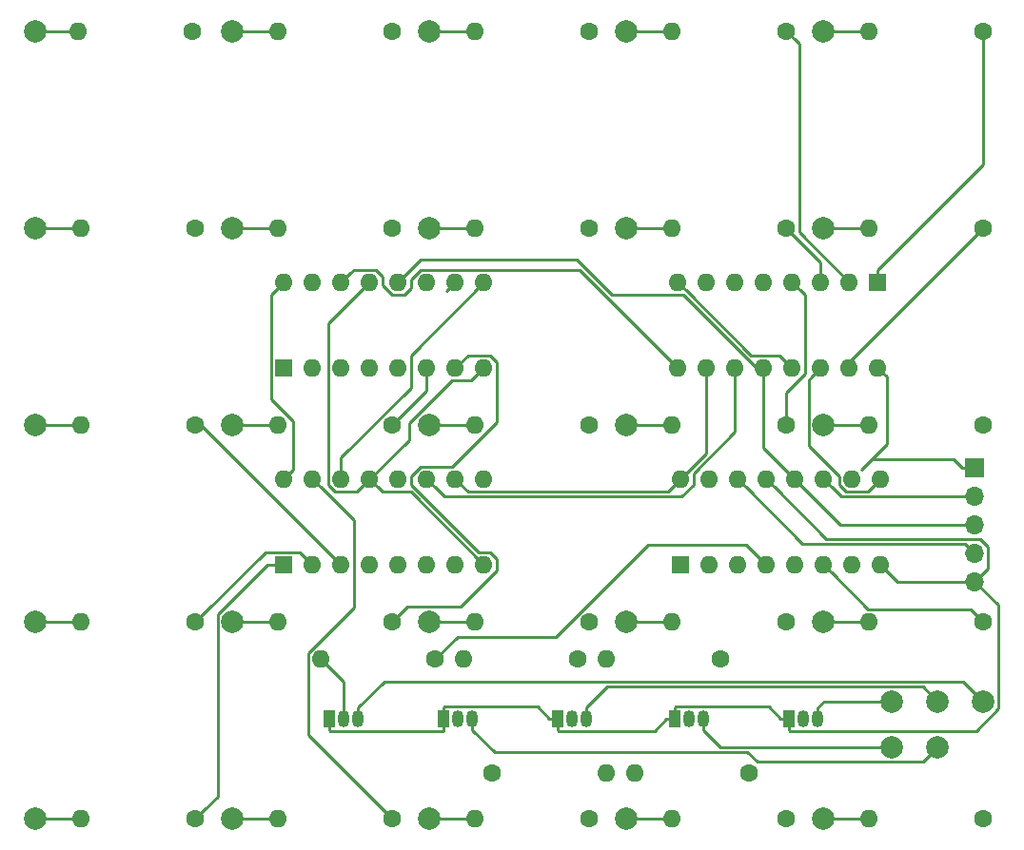
<source format=gbr>
%TF.GenerationSoftware,KiCad,Pcbnew,5.1.5+dfsg1-2build2*%
%TF.CreationDate,2021-08-10T12:38:11+02:00*%
%TF.ProjectId,ledcube_5,6c656463-7562-4655-9f35-2e6b69636164,rev?*%
%TF.SameCoordinates,Original*%
%TF.FileFunction,Copper,L1,Top*%
%TF.FilePolarity,Positive*%
%FSLAX46Y46*%
G04 Gerber Fmt 4.6, Leading zero omitted, Abs format (unit mm)*
G04 Created by KiCad (PCBNEW 5.1.5+dfsg1-2build2) date 2021-08-10 12:38:11*
%MOMM*%
%LPD*%
G04 APERTURE LIST*
%TA.AperFunction,ComponentPad*%
%ADD10O,1.600000X1.600000*%
%TD*%
%TA.AperFunction,ComponentPad*%
%ADD11C,1.600000*%
%TD*%
%TA.AperFunction,ComponentPad*%
%ADD12O,1.700000X1.700000*%
%TD*%
%TA.AperFunction,ComponentPad*%
%ADD13R,1.700000X1.700000*%
%TD*%
%TA.AperFunction,ComponentPad*%
%ADD14R,1.600000X1.600000*%
%TD*%
%TA.AperFunction,ComponentPad*%
%ADD15C,2.000000*%
%TD*%
%TA.AperFunction,ComponentPad*%
%ADD16R,1.050000X1.500000*%
%TD*%
%TA.AperFunction,ComponentPad*%
%ADD17O,1.050000X1.500000*%
%TD*%
%TA.AperFunction,Conductor*%
%ADD18C,0.250000*%
%TD*%
G04 APERTURE END LIST*
D10*
%TO.P,R30,2*%
%TO.N,Net-(Q5-Pad2)*%
X190500000Y-99060000D03*
D11*
%TO.P,R30,1*%
%TO.N,/U4_E*%
X200660000Y-99060000D03*
%TD*%
D10*
%TO.P,R29,2*%
%TO.N,Net-(Q4-Pad2)*%
X203200000Y-99060000D03*
D11*
%TO.P,R29,1*%
%TO.N,/U4_D*%
X213360000Y-99060000D03*
%TD*%
D10*
%TO.P,R28,2*%
%TO.N,Net-(Q3-Pad2)*%
X215900000Y-99060000D03*
D11*
%TO.P,R28,1*%
%TO.N,/U4_C*%
X226060000Y-99060000D03*
%TD*%
D10*
%TO.P,R27,2*%
%TO.N,Net-(Q2-Pad2)*%
X218440000Y-109220000D03*
D11*
%TO.P,R27,1*%
%TO.N,/U4_B*%
X228600000Y-109220000D03*
%TD*%
D10*
%TO.P,R26,2*%
%TO.N,Net-(Q1-Pad2)*%
X215900000Y-109220000D03*
D11*
%TO.P,R26,1*%
%TO.N,/U4_A*%
X205740000Y-109220000D03*
%TD*%
D12*
%TO.P,J1,5*%
%TO.N,GND*%
X248666000Y-92202000D03*
%TO.P,J1,4*%
%TO.N,/A12*%
X248666000Y-89662000D03*
%TO.P,J1,3*%
%TO.N,/A4*%
X248666000Y-87122000D03*
%TO.P,J1,2*%
%TO.N,/A0*%
X248666000Y-84582000D03*
D13*
%TO.P,J1,1*%
%TO.N,+5V*%
X248666000Y-82042000D03*
%TD*%
D10*
%TO.P,U1,16*%
%TO.N,+5V*%
X187198000Y-65532000D03*
%TO.P,U1,8*%
%TO.N,GND*%
X204978000Y-73152000D03*
%TO.P,U1,15*%
%TO.N,/U1_A*%
X189738000Y-65532000D03*
%TO.P,U1,7*%
%TO.N,/U1_H*%
X202438000Y-73152000D03*
%TO.P,U1,14*%
%TO.N,/U3_HH*%
X192278000Y-65532000D03*
%TO.P,U1,6*%
%TO.N,/U1_G*%
X199898000Y-73152000D03*
%TO.P,U1,13*%
%TO.N,GND*%
X194818000Y-65532000D03*
%TO.P,U1,5*%
%TO.N,/U1_F*%
X197358000Y-73152000D03*
%TO.P,U1,12*%
%TO.N,/A4*%
X197358000Y-65532000D03*
%TO.P,U1,4*%
%TO.N,/U1_E*%
X194818000Y-73152000D03*
%TO.P,U1,11*%
%TO.N,/A0*%
X199898000Y-65532000D03*
%TO.P,U1,3*%
%TO.N,/U1_D*%
X192278000Y-73152000D03*
%TO.P,U1,10*%
%TO.N,+5V*%
X202438000Y-65532000D03*
%TO.P,U1,2*%
%TO.N,/U1_C*%
X189738000Y-73152000D03*
%TO.P,U1,9*%
%TO.N,/U1_HH*%
X204978000Y-65532000D03*
D14*
%TO.P,U1,1*%
%TO.N,/U1_B*%
X187198000Y-73152000D03*
%TD*%
D15*
%TO.P,J6,1*%
%TO.N,Net-(J6-Pad1)*%
X249400000Y-102870000D03*
%TD*%
%TO.P,J5,1*%
%TO.N,Net-(J5-Pad1)*%
X245350000Y-106920000D03*
%TD*%
%TO.P,J4,1*%
%TO.N,Net-(J4-Pad1)*%
X245350000Y-102870000D03*
%TD*%
%TO.P,J3,1*%
%TO.N,Net-(J3-Pad1)*%
X241300000Y-106920000D03*
%TD*%
%TO.P,J2,1*%
%TO.N,Net-(J2-Pad1)*%
X241300000Y-102870000D03*
%TD*%
D10*
%TO.P,R25,2*%
%TO.N,Net-(D25-Pad1)*%
X239268000Y-113284000D03*
D11*
%TO.P,R25,1*%
%TO.N,/U4_F*%
X249428000Y-113284000D03*
%TD*%
D10*
%TO.P,R24,2*%
%TO.N,Net-(D24-Pad1)*%
X239268000Y-95758000D03*
D11*
%TO.P,R24,1*%
%TO.N,/U4_G*%
X249428000Y-95758000D03*
%TD*%
D10*
%TO.P,R23,2*%
%TO.N,Net-(D23-Pad1)*%
X239268000Y-78232000D03*
D11*
%TO.P,R23,1*%
%TO.N,/U4_H*%
X249428000Y-78232000D03*
%TD*%
D10*
%TO.P,R22,2*%
%TO.N,Net-(D22-Pad1)*%
X239268000Y-60706000D03*
D11*
%TO.P,R22,1*%
%TO.N,/U3_A*%
X249428000Y-60706000D03*
%TD*%
D10*
%TO.P,R21,2*%
%TO.N,Net-(D21-Pad1)*%
X239268000Y-43180000D03*
D11*
%TO.P,R21,1*%
%TO.N,/U3_B*%
X249428000Y-43180000D03*
%TD*%
D10*
%TO.P,R20,2*%
%TO.N,Net-(D20-Pad1)*%
X221742000Y-113284000D03*
D11*
%TO.P,R20,1*%
%TO.N,/U3_G*%
X231902000Y-113284000D03*
%TD*%
D10*
%TO.P,R19,2*%
%TO.N,Net-(D19-Pad1)*%
X221742000Y-95758000D03*
D11*
%TO.P,R19,1*%
%TO.N,/U3_F*%
X231902000Y-95758000D03*
%TD*%
D10*
%TO.P,R18,2*%
%TO.N,Net-(D18-Pad1)*%
X221742000Y-78232000D03*
D11*
%TO.P,R18,1*%
%TO.N,/U3_E*%
X231902000Y-78232000D03*
%TD*%
D10*
%TO.P,R17,2*%
%TO.N,Net-(D17-Pad1)*%
X221742000Y-60706000D03*
D11*
%TO.P,R17,1*%
%TO.N,/U3_D*%
X231902000Y-60706000D03*
%TD*%
D10*
%TO.P,R16,2*%
%TO.N,Net-(D16-Pad1)*%
X221742000Y-43180000D03*
D11*
%TO.P,R16,1*%
%TO.N,/U3_C*%
X231902000Y-43180000D03*
%TD*%
D10*
%TO.P,R15,2*%
%TO.N,Net-(D15-Pad1)*%
X204216000Y-113284000D03*
D11*
%TO.P,R15,1*%
%TO.N,/U3_H*%
X214376000Y-113284000D03*
%TD*%
D10*
%TO.P,R14,2*%
%TO.N,Net-(D14-Pad1)*%
X204216000Y-95758000D03*
D11*
%TO.P,R14,1*%
%TO.N,/U1_A*%
X214376000Y-95758000D03*
%TD*%
D10*
%TO.P,R13,2*%
%TO.N,Net-(D13-Pad1)*%
X204216000Y-78232000D03*
D11*
%TO.P,R13,1*%
%TO.N,/U1_B*%
X214376000Y-78232000D03*
%TD*%
D10*
%TO.P,R12,2*%
%TO.N,Net-(D12-Pad1)*%
X204216000Y-60706000D03*
D11*
%TO.P,R12,1*%
%TO.N,/U1_C*%
X214376000Y-60706000D03*
%TD*%
D10*
%TO.P,R11,2*%
%TO.N,Net-(D11-Pad1)*%
X204216000Y-43180000D03*
D11*
%TO.P,R11,1*%
%TO.N,/U1_D*%
X214376000Y-43180000D03*
%TD*%
%TO.P,R10,1*%
%TO.N,/U2_A*%
X196850000Y-113284000D03*
D10*
%TO.P,R10,2*%
%TO.N,Net-(D10-Pad1)*%
X186690000Y-113284000D03*
%TD*%
%TO.P,R9,2*%
%TO.N,Net-(D9-Pad1)*%
X186690000Y-95758000D03*
D11*
%TO.P,R9,1*%
%TO.N,/U1_H*%
X196850000Y-95758000D03*
%TD*%
D10*
%TO.P,R8,2*%
%TO.N,Net-(D8-Pad1)*%
X186690000Y-78232000D03*
D11*
%TO.P,R8,1*%
%TO.N,/U1_G*%
X196850000Y-78232000D03*
%TD*%
D10*
%TO.P,R7,2*%
%TO.N,Net-(D7-Pad1)*%
X186690000Y-60706000D03*
D11*
%TO.P,R7,1*%
%TO.N,/U1_F*%
X196850000Y-60706000D03*
%TD*%
D10*
%TO.P,R6,2*%
%TO.N,Net-(D6-Pad1)*%
X186690000Y-43180000D03*
D11*
%TO.P,R6,1*%
%TO.N,/U1_E*%
X196850000Y-43180000D03*
%TD*%
D10*
%TO.P,R5,2*%
%TO.N,Net-(D5-Pad1)*%
X169164000Y-113284000D03*
D11*
%TO.P,R5,1*%
%TO.N,/U2_B*%
X179324000Y-113284000D03*
%TD*%
D10*
%TO.P,R4,2*%
%TO.N,Net-(D4-Pad1)*%
X169164000Y-95758000D03*
D11*
%TO.P,R4,1*%
%TO.N,/U2_C*%
X179324000Y-95758000D03*
%TD*%
D10*
%TO.P,R3,2*%
%TO.N,Net-(D3-Pad1)*%
X169164000Y-78232000D03*
D11*
%TO.P,R3,1*%
%TO.N,/U2_D*%
X179324000Y-78232000D03*
%TD*%
D10*
%TO.P,R2,2*%
%TO.N,Net-(D2-Pad1)*%
X169164000Y-60706000D03*
D11*
%TO.P,R2,1*%
%TO.N,/U2_E*%
X179324000Y-60706000D03*
%TD*%
D10*
%TO.P,R1,2*%
%TO.N,Net-(D1-Pad1)*%
X168910000Y-43180000D03*
D11*
%TO.P,R1,1*%
%TO.N,/U2_F*%
X179070000Y-43180000D03*
%TD*%
D10*
%TO.P,U4,16*%
%TO.N,+5V*%
X222504000Y-83058000D03*
%TO.P,U4,8*%
%TO.N,GND*%
X240284000Y-90678000D03*
%TO.P,U4,15*%
%TO.N,/U4_A*%
X225044000Y-83058000D03*
%TO.P,U4,7*%
%TO.N,/U4_H*%
X237744000Y-90678000D03*
%TO.P,U4,14*%
%TO.N,/A12*%
X227584000Y-83058000D03*
%TO.P,U4,6*%
%TO.N,/U4_G*%
X235204000Y-90678000D03*
%TO.P,U4,13*%
%TO.N,GND*%
X230124000Y-83058000D03*
%TO.P,U4,5*%
%TO.N,/U4_F*%
X232664000Y-90678000D03*
%TO.P,U4,12*%
%TO.N,/A4*%
X232664000Y-83058000D03*
%TO.P,U4,4*%
%TO.N,/U4_E*%
X230124000Y-90678000D03*
%TO.P,U4,11*%
%TO.N,/A0*%
X235204000Y-83058000D03*
%TO.P,U4,3*%
%TO.N,/U4_D*%
X227584000Y-90678000D03*
%TO.P,U4,10*%
%TO.N,+5V*%
X237744000Y-83058000D03*
%TO.P,U4,2*%
%TO.N,/U4_C*%
X225044000Y-90678000D03*
%TO.P,U4,9*%
%TO.N,/U4_HH*%
X240284000Y-83058000D03*
D14*
%TO.P,U4,1*%
%TO.N,/U4_B*%
X222504000Y-90678000D03*
%TD*%
D10*
%TO.P,U3,16*%
%TO.N,+5V*%
X240030000Y-73152000D03*
%TO.P,U3,8*%
%TO.N,GND*%
X222250000Y-65532000D03*
%TO.P,U3,15*%
%TO.N,/U3_A*%
X237490000Y-73152000D03*
%TO.P,U3,7*%
%TO.N,/U3_H*%
X224790000Y-65532000D03*
%TO.P,U3,14*%
%TO.N,/U4_HH*%
X234950000Y-73152000D03*
%TO.P,U3,6*%
%TO.N,/U3_G*%
X227330000Y-65532000D03*
%TO.P,U3,13*%
%TO.N,GND*%
X232410000Y-73152000D03*
%TO.P,U3,5*%
%TO.N,/U3_F*%
X229870000Y-65532000D03*
%TO.P,U3,12*%
%TO.N,/A4*%
X229870000Y-73152000D03*
%TO.P,U3,4*%
%TO.N,/U3_E*%
X232410000Y-65532000D03*
%TO.P,U3,11*%
%TO.N,/A0*%
X227330000Y-73152000D03*
%TO.P,U3,3*%
%TO.N,/U3_D*%
X234950000Y-65532000D03*
%TO.P,U3,10*%
%TO.N,+5V*%
X224790000Y-73152000D03*
%TO.P,U3,2*%
%TO.N,/U3_C*%
X237490000Y-65532000D03*
%TO.P,U3,9*%
%TO.N,/U3_HH*%
X222250000Y-73152000D03*
D14*
%TO.P,U3,1*%
%TO.N,/U3_B*%
X240030000Y-65532000D03*
%TD*%
D10*
%TO.P,U2,16*%
%TO.N,+5V*%
X187198000Y-83058000D03*
%TO.P,U2,8*%
%TO.N,GND*%
X204978000Y-90678000D03*
%TO.P,U2,15*%
%TO.N,/U2_A*%
X189738000Y-83058000D03*
%TO.P,U2,7*%
%TO.N,Net-(U2-Pad7)*%
X202438000Y-90678000D03*
%TO.P,U2,14*%
%TO.N,/U1_HH*%
X192278000Y-83058000D03*
%TO.P,U2,6*%
%TO.N,Net-(U2-Pad6)*%
X199898000Y-90678000D03*
%TO.P,U2,13*%
%TO.N,GND*%
X194818000Y-83058000D03*
%TO.P,U2,5*%
%TO.N,/U2_F*%
X197358000Y-90678000D03*
%TO.P,U2,12*%
%TO.N,/A4*%
X197358000Y-83058000D03*
%TO.P,U2,4*%
%TO.N,/U2_E*%
X194818000Y-90678000D03*
%TO.P,U2,11*%
%TO.N,/A0*%
X199898000Y-83058000D03*
%TO.P,U2,3*%
%TO.N,/U2_D*%
X192278000Y-90678000D03*
%TO.P,U2,10*%
%TO.N,+5V*%
X202438000Y-83058000D03*
%TO.P,U2,2*%
%TO.N,/U2_C*%
X189738000Y-90678000D03*
%TO.P,U2,9*%
%TO.N,Net-(U2-Pad9)*%
X204978000Y-83058000D03*
D14*
%TO.P,U2,1*%
%TO.N,/U2_B*%
X187198000Y-90678000D03*
%TD*%
D16*
%TO.P,Q5,1*%
%TO.N,GND*%
X191262000Y-104394000D03*
D17*
%TO.P,Q5,3*%
%TO.N,Net-(J6-Pad1)*%
X193802000Y-104394000D03*
%TO.P,Q5,2*%
%TO.N,Net-(Q5-Pad2)*%
X192532000Y-104394000D03*
%TD*%
D16*
%TO.P,Q4,1*%
%TO.N,GND*%
X201422000Y-104394000D03*
D17*
%TO.P,Q4,3*%
%TO.N,Net-(J5-Pad1)*%
X203962000Y-104394000D03*
%TO.P,Q4,2*%
%TO.N,Net-(Q4-Pad2)*%
X202692000Y-104394000D03*
%TD*%
D16*
%TO.P,Q3,1*%
%TO.N,GND*%
X211582000Y-104394000D03*
D17*
%TO.P,Q3,3*%
%TO.N,Net-(J4-Pad1)*%
X214122000Y-104394000D03*
%TO.P,Q3,2*%
%TO.N,Net-(Q3-Pad2)*%
X212852000Y-104394000D03*
%TD*%
D16*
%TO.P,Q2,1*%
%TO.N,GND*%
X221996000Y-104394000D03*
D17*
%TO.P,Q2,3*%
%TO.N,Net-(J3-Pad1)*%
X224536000Y-104394000D03*
%TO.P,Q2,2*%
%TO.N,Net-(Q2-Pad2)*%
X223266000Y-104394000D03*
%TD*%
D16*
%TO.P,Q1,1*%
%TO.N,GND*%
X232156000Y-104394000D03*
D17*
%TO.P,Q1,3*%
%TO.N,Net-(J2-Pad1)*%
X234696000Y-104394000D03*
%TO.P,Q1,2*%
%TO.N,Net-(Q1-Pad2)*%
X233426000Y-104394000D03*
%TD*%
D15*
%TO.P,D25,1*%
%TO.N,Net-(D25-Pad1)*%
X235204000Y-113284000D03*
%TD*%
%TO.P,D24,1*%
%TO.N,Net-(D24-Pad1)*%
X235204000Y-95758000D03*
%TD*%
%TO.P,D23,1*%
%TO.N,Net-(D23-Pad1)*%
X235204000Y-78232000D03*
%TD*%
%TO.P,D22,1*%
%TO.N,Net-(D22-Pad1)*%
X235204000Y-60706000D03*
%TD*%
%TO.P,D21,1*%
%TO.N,Net-(D21-Pad1)*%
X235204000Y-43180000D03*
%TD*%
%TO.P,D20,1*%
%TO.N,Net-(D20-Pad1)*%
X217678000Y-113284000D03*
%TD*%
%TO.P,D19,1*%
%TO.N,Net-(D19-Pad1)*%
X217678000Y-95758000D03*
%TD*%
%TO.P,D18,1*%
%TO.N,Net-(D18-Pad1)*%
X217678000Y-78232000D03*
%TD*%
%TO.P,D17,1*%
%TO.N,Net-(D17-Pad1)*%
X217678000Y-60706000D03*
%TD*%
%TO.P,D16,1*%
%TO.N,Net-(D16-Pad1)*%
X217678000Y-43180000D03*
%TD*%
%TO.P,D15,1*%
%TO.N,Net-(D15-Pad1)*%
X200152000Y-113284000D03*
%TD*%
%TO.P,D14,1*%
%TO.N,Net-(D14-Pad1)*%
X200152000Y-95758000D03*
%TD*%
%TO.P,D13,1*%
%TO.N,Net-(D13-Pad1)*%
X200152000Y-78232000D03*
%TD*%
%TO.P,D12,1*%
%TO.N,Net-(D12-Pad1)*%
X200152000Y-60706000D03*
%TD*%
%TO.P,D11,1*%
%TO.N,Net-(D11-Pad1)*%
X200152000Y-43180000D03*
%TD*%
%TO.P,D10,1*%
%TO.N,Net-(D10-Pad1)*%
X182626000Y-113284000D03*
%TD*%
%TO.P,D9,1*%
%TO.N,Net-(D9-Pad1)*%
X182626000Y-95758000D03*
%TD*%
%TO.P,D8,1*%
%TO.N,Net-(D8-Pad1)*%
X182626000Y-78232000D03*
%TD*%
%TO.P,D7,1*%
%TO.N,Net-(D7-Pad1)*%
X182626000Y-60706000D03*
%TD*%
%TO.P,D6,1*%
%TO.N,Net-(D6-Pad1)*%
X182626000Y-43180000D03*
%TD*%
%TO.P,D5,1*%
%TO.N,Net-(D5-Pad1)*%
X165100000Y-113284000D03*
%TD*%
%TO.P,D4,1*%
%TO.N,Net-(D4-Pad1)*%
X165100000Y-95758000D03*
%TD*%
%TO.P,D3,1*%
%TO.N,Net-(D3-Pad1)*%
X165100000Y-78232000D03*
%TD*%
%TO.P,D2,1*%
%TO.N,Net-(D2-Pad1)*%
X165100000Y-60706000D03*
%TD*%
%TO.P,D1,1*%
%TO.N,Net-(D1-Pad1)*%
X165100000Y-43180000D03*
%TD*%
D18*
%TO.N,Net-(D1-Pad1)*%
X165100000Y-43180000D02*
X168910000Y-43180000D01*
%TO.N,Net-(D2-Pad1)*%
X165100000Y-60706000D02*
X169164000Y-60706000D01*
%TO.N,Net-(D3-Pad1)*%
X165100000Y-78232000D02*
X169164000Y-78232000D01*
%TO.N,Net-(D4-Pad1)*%
X165100000Y-95758000D02*
X169164000Y-95758000D01*
%TO.N,Net-(D5-Pad1)*%
X165100000Y-113284000D02*
X169164000Y-113284000D01*
%TO.N,Net-(D6-Pad1)*%
X182626000Y-43180000D02*
X186690000Y-43180000D01*
%TO.N,Net-(D7-Pad1)*%
X184040213Y-60706000D02*
X186690000Y-60706000D01*
X182626000Y-60706000D02*
X184040213Y-60706000D01*
%TO.N,Net-(D8-Pad1)*%
X182626000Y-78232000D02*
X186690000Y-78232000D01*
%TO.N,Net-(D9-Pad1)*%
X182626000Y-95758000D02*
X186690000Y-95758000D01*
%TO.N,Net-(D10-Pad1)*%
X184040213Y-113284000D02*
X186690000Y-113284000D01*
X182626000Y-113284000D02*
X184040213Y-113284000D01*
%TO.N,Net-(D11-Pad1)*%
X200152000Y-43180000D02*
X204216000Y-43180000D01*
%TO.N,Net-(D12-Pad1)*%
X200152000Y-60706000D02*
X204216000Y-60706000D01*
%TO.N,Net-(D13-Pad1)*%
X200152000Y-78232000D02*
X204216000Y-78232000D01*
%TO.N,Net-(D14-Pad1)*%
X201566213Y-95758000D02*
X204216000Y-95758000D01*
X200152000Y-95758000D02*
X201566213Y-95758000D01*
%TO.N,Net-(D15-Pad1)*%
X200152000Y-113284000D02*
X204216000Y-113284000D01*
%TO.N,Net-(D16-Pad1)*%
X217678000Y-43180000D02*
X221742000Y-43180000D01*
%TO.N,Net-(D17-Pad1)*%
X217678000Y-60706000D02*
X221742000Y-60706000D01*
%TO.N,Net-(D18-Pad1)*%
X217678000Y-78232000D02*
X221742000Y-78232000D01*
%TO.N,Net-(D19-Pad1)*%
X217678000Y-95758000D02*
X221742000Y-95758000D01*
%TO.N,Net-(D20-Pad1)*%
X217678000Y-113284000D02*
X221742000Y-113284000D01*
%TO.N,Net-(D21-Pad1)*%
X235204000Y-43180000D02*
X239268000Y-43180000D01*
%TO.N,Net-(D22-Pad1)*%
X235204000Y-60706000D02*
X239268000Y-60706000D01*
%TO.N,Net-(D23-Pad1)*%
X235204000Y-78232000D02*
X239268000Y-78232000D01*
%TO.N,Net-(D24-Pad1)*%
X235204000Y-95758000D02*
X239268000Y-95758000D01*
%TO.N,Net-(D25-Pad1)*%
X235204000Y-113284000D02*
X239268000Y-113284000D01*
%TO.N,GND*%
X221996000Y-103394000D02*
X221996000Y-104394000D01*
X222071010Y-103318990D02*
X221996000Y-103394000D01*
X230305990Y-103318990D02*
X222071010Y-103318990D01*
X231381000Y-104394000D02*
X230305990Y-103318990D01*
X232156000Y-104394000D02*
X231381000Y-104394000D01*
X211582000Y-105394000D02*
X211582000Y-104394000D01*
X211657010Y-105469010D02*
X211582000Y-105394000D01*
X220145990Y-105469010D02*
X211657010Y-105469010D01*
X221221000Y-104394000D02*
X220145990Y-105469010D01*
X221996000Y-104394000D02*
X221221000Y-104394000D01*
X201422000Y-103394000D02*
X201422000Y-104394000D01*
X209731990Y-103318990D02*
X201497010Y-103318990D01*
X210807000Y-104394000D02*
X209731990Y-103318990D01*
X201497010Y-103318990D02*
X201422000Y-103394000D01*
X211582000Y-104394000D02*
X210807000Y-104394000D01*
X201422000Y-104394000D02*
X201422000Y-105394000D01*
X232231010Y-105469010D02*
X232156000Y-105394000D01*
X248761992Y-105469010D02*
X232231010Y-105469010D01*
X250725001Y-103506001D02*
X248761992Y-105469010D01*
X232156000Y-105394000D02*
X232156000Y-104394000D01*
X195943001Y-84183001D02*
X195617999Y-83857999D01*
X195617999Y-83857999D02*
X194818000Y-83058000D01*
X198483001Y-84183001D02*
X195943001Y-84183001D01*
X194018001Y-66331999D02*
X194818000Y-65532000D01*
X191152999Y-69197001D02*
X194018001Y-66331999D01*
X191152999Y-83598001D02*
X191152999Y-69197001D01*
X191737999Y-84183001D02*
X191152999Y-83598001D01*
X193692999Y-84183001D02*
X191737999Y-84183001D01*
X194818000Y-83058000D02*
X193692999Y-84183001D01*
X203852999Y-74277001D02*
X204178001Y-73951999D01*
X202145997Y-74277001D02*
X203852999Y-74277001D01*
X198318999Y-78103999D02*
X202145997Y-74277001D01*
X204178001Y-73951999D02*
X204978000Y-73152000D01*
X198318999Y-79557001D02*
X198318999Y-78103999D01*
X194818000Y-83058000D02*
X198318999Y-79557001D01*
X204978000Y-90678000D02*
X198483001Y-84183001D01*
X223049999Y-66331999D02*
X222250000Y-65532000D01*
X228744999Y-72026999D02*
X223049999Y-66331999D01*
X231284999Y-72026999D02*
X228744999Y-72026999D01*
X232410000Y-73152000D02*
X231284999Y-72026999D01*
X241808000Y-92202000D02*
X240284000Y-90678000D01*
X248666000Y-92202000D02*
X241808000Y-92202000D01*
X250725001Y-94261001D02*
X248666000Y-92202000D01*
X250725001Y-95730999D02*
X250725001Y-94261001D01*
X250725001Y-95730999D02*
X250725001Y-103506001D01*
X230923999Y-83857999D02*
X230124000Y-83058000D01*
X235427992Y-88361992D02*
X230923999Y-83857999D01*
X249104994Y-88361992D02*
X235427992Y-88361992D01*
X249841001Y-89097999D02*
X249104994Y-88361992D01*
X249841001Y-91026999D02*
X249841001Y-89097999D01*
X248666000Y-92202000D02*
X249841001Y-91026999D01*
X191262000Y-105394000D02*
X191262000Y-104394000D01*
X191337010Y-105469010D02*
X191262000Y-105394000D01*
X201346990Y-105469010D02*
X191337010Y-105469010D01*
X201422000Y-105394000D02*
X201346990Y-105469010D01*
%TO.N,/A12*%
X247816001Y-88812001D02*
X233338001Y-88812001D01*
X228383999Y-83857999D02*
X227584000Y-83058000D01*
X233338001Y-88812001D02*
X228383999Y-83857999D01*
X248666000Y-89662000D02*
X247816001Y-88812001D01*
%TO.N,/A4*%
X229870000Y-80264000D02*
X232664000Y-83058000D01*
X229870000Y-73152000D02*
X229870000Y-80264000D01*
X216391411Y-66657001D02*
X213234410Y-63500000D01*
X222738591Y-66657001D02*
X216391411Y-66657001D01*
X229233590Y-73152000D02*
X222738591Y-66657001D01*
X229870000Y-73152000D02*
X229233590Y-73152000D01*
X199390000Y-63500000D02*
X197358000Y-65532000D01*
X213234410Y-63500000D02*
X199390000Y-63500000D01*
X236728000Y-87122000D02*
X232664000Y-83058000D01*
X248666000Y-87122000D02*
X236728000Y-87122000D01*
%TO.N,/A0*%
X201473011Y-84633011D02*
X200697999Y-83857999D01*
X222593991Y-84633011D02*
X201473011Y-84633011D01*
X223629001Y-83598001D02*
X222593991Y-84633011D01*
X223629001Y-82569409D02*
X223629001Y-83598001D01*
X227330000Y-78868410D02*
X223629001Y-82569409D01*
X200697999Y-83857999D02*
X199898000Y-83058000D01*
X227330000Y-73152000D02*
X227330000Y-78868410D01*
X249174000Y-84328000D02*
X248499000Y-84328000D01*
X236003999Y-83857999D02*
X235204000Y-83058000D01*
X236779011Y-84633011D02*
X236003999Y-83857999D01*
X248614989Y-84633011D02*
X236779011Y-84633011D01*
X248666000Y-84582000D02*
X248614989Y-84633011D01*
%TO.N,+5V*%
X187997999Y-82258001D02*
X187198000Y-83058000D01*
X187997999Y-77874997D02*
X187997999Y-82258001D01*
X186072999Y-75949997D02*
X187997999Y-77874997D01*
X186072999Y-66657001D02*
X186072999Y-75949997D01*
X187198000Y-65532000D02*
X186072999Y-66657001D01*
X221704001Y-83857999D02*
X222504000Y-83058000D01*
X221378999Y-84183001D02*
X221704001Y-83857999D01*
X203563001Y-84183001D02*
X221378999Y-84183001D01*
X202438000Y-83058000D02*
X203563001Y-84183001D01*
X201638001Y-66331999D02*
X202438000Y-65532000D01*
X240829999Y-73951999D02*
X240829999Y-79972001D01*
X240030000Y-73152000D02*
X240829999Y-73951999D01*
X224790000Y-80772000D02*
X224790000Y-73152000D01*
X222504000Y-83058000D02*
X224790000Y-80772000D01*
X247566000Y-82042000D02*
X246804000Y-81280000D01*
X248666000Y-82042000D02*
X247566000Y-82042000D01*
X239522000Y-81280000D02*
X238543999Y-82258001D01*
X246804000Y-81280000D02*
X239522000Y-81280000D01*
X240829999Y-79972001D02*
X239522000Y-81280000D01*
%TO.N,Net-(Q1-Pad2)*%
X233426000Y-104394000D02*
X233680000Y-104140000D01*
%TO.N,/U4_E*%
X211385997Y-97083001D02*
X219568998Y-88900000D01*
%TO.N,Net-(Q5-Pad2)*%
X192532000Y-104394000D02*
X192532000Y-103394000D01*
%TO.N,/U4_E*%
X228346000Y-88900000D02*
X230124000Y-90678000D01*
X219568998Y-88900000D02*
X228346000Y-88900000D01*
X202636999Y-97083001D02*
X200660000Y-99060000D01*
X211385997Y-97083001D02*
X202636999Y-97083001D01*
%TO.N,/U2_D*%
X179832000Y-78232000D02*
X179324000Y-78232000D01*
X192278000Y-90678000D02*
X179832000Y-78232000D01*
%TO.N,/U2_C*%
X180123999Y-94958001D02*
X179324000Y-95758000D01*
X185529001Y-89552999D02*
X180123999Y-94958001D01*
X188612999Y-89552999D02*
X185529001Y-89552999D01*
X189738000Y-90678000D02*
X188612999Y-89552999D01*
%TO.N,/U2_B*%
X180123999Y-112484001D02*
X179324000Y-113284000D01*
X181300999Y-111307001D02*
X180123999Y-112484001D01*
X181300999Y-95121999D02*
X181300999Y-111307001D01*
X185744998Y-90678000D02*
X181300999Y-95121999D01*
X187198000Y-90678000D02*
X185744998Y-90678000D01*
%TO.N,/U1_G*%
X199898000Y-75184000D02*
X199898000Y-73152000D01*
X196850000Y-78232000D02*
X199898000Y-75184000D01*
%TO.N,/U1_H*%
X198175001Y-94432999D02*
X197649999Y-94958001D01*
X197649999Y-94958001D02*
X196850000Y-95758000D01*
X202888003Y-94432999D02*
X198175001Y-94432999D01*
X206103001Y-91218001D02*
X202888003Y-94432999D01*
X206103001Y-90137999D02*
X206103001Y-91218001D01*
X205518001Y-89552999D02*
X206103001Y-90137999D01*
X204489409Y-89552999D02*
X205518001Y-89552999D01*
X199357999Y-81932999D02*
X198483001Y-82807997D01*
X202180003Y-81932999D02*
X199357999Y-81932999D01*
X206103001Y-78010001D02*
X202180003Y-81932999D01*
X198483001Y-83546591D02*
X204489409Y-89552999D01*
X206103001Y-72611999D02*
X206103001Y-78010001D01*
X205518001Y-72026999D02*
X206103001Y-72611999D01*
X198483001Y-82807997D02*
X198483001Y-83546591D01*
X203563001Y-72026999D02*
X205518001Y-72026999D01*
X202438000Y-73152000D02*
X203563001Y-72026999D01*
%TO.N,/U2_A*%
X189374999Y-105808999D02*
X189374999Y-98519999D01*
X196850000Y-113284000D02*
X189374999Y-105808999D01*
X190537999Y-83857999D02*
X189738000Y-83058000D01*
X193403001Y-86723001D02*
X190537999Y-83857999D01*
X193403001Y-94491997D02*
X193403001Y-86723001D01*
X189374999Y-98519999D02*
X193403001Y-94491997D01*
%TO.N,/U3_C*%
X232701999Y-43979999D02*
X231902000Y-43180000D01*
X233027001Y-44305001D02*
X232701999Y-43979999D01*
X233027001Y-61069001D02*
X233027001Y-44305001D01*
X237490000Y-65532000D02*
X233027001Y-61069001D01*
%TO.N,/U3_D*%
X234950000Y-63754000D02*
X231902000Y-60706000D01*
X234950000Y-65532000D02*
X234950000Y-63754000D01*
%TO.N,/U3_E*%
X233209999Y-66331999D02*
X232410000Y-65532000D01*
X233535001Y-66657001D02*
X233209999Y-66331999D01*
X233535001Y-73692001D02*
X233535001Y-66657001D01*
X231902000Y-75325002D02*
X233535001Y-73692001D01*
X231902000Y-78232000D02*
X231902000Y-75325002D01*
%TO.N,/U3_B*%
X249428000Y-55084000D02*
X249428000Y-44311370D01*
X240030000Y-64482000D02*
X249428000Y-55084000D01*
X249428000Y-44311370D02*
X249428000Y-43180000D01*
X240030000Y-65532000D02*
X240030000Y-64482000D01*
%TO.N,/U3_A*%
X237490000Y-72644000D02*
X237490000Y-73152000D01*
X249428000Y-60706000D02*
X237490000Y-72644000D01*
%TO.N,/U4_G*%
X236003999Y-91477999D02*
X235204000Y-90678000D01*
X239158999Y-94632999D02*
X236003999Y-91477999D01*
X248302999Y-94632999D02*
X239158999Y-94632999D01*
X249428000Y-95758000D02*
X248302999Y-94632999D01*
%TO.N,/U3_HH*%
X222250000Y-73152000D02*
X213504999Y-64406999D01*
X193077999Y-64732001D02*
X192278000Y-65532000D01*
X195358001Y-64406999D02*
X193403001Y-64406999D01*
X195943001Y-65782003D02*
X195943001Y-64991999D01*
X196817999Y-66657001D02*
X195943001Y-65782003D01*
X195943001Y-64991999D02*
X195358001Y-64406999D01*
X198483001Y-65281997D02*
X198483001Y-66072001D01*
X199357999Y-64406999D02*
X198483001Y-65281997D01*
X193403001Y-64406999D02*
X193077999Y-64732001D01*
X197898001Y-66657001D02*
X196817999Y-66657001D01*
X198483001Y-66072001D02*
X197898001Y-66657001D01*
X213504999Y-64406999D02*
X199357999Y-64406999D01*
%TO.N,/U1_HH*%
X192278000Y-81138998D02*
X192278000Y-83058000D01*
X198483001Y-74933997D02*
X192278000Y-81138998D01*
X198483001Y-72026999D02*
X198483001Y-74933997D01*
X204978000Y-65532000D02*
X198483001Y-72026999D01*
%TO.N,/U4_HH*%
X233878999Y-74223001D02*
X234150001Y-73951999D01*
X233878999Y-80067997D02*
X233878999Y-74223001D01*
X236618999Y-82807997D02*
X233878999Y-80067997D01*
X236618999Y-83598001D02*
X236618999Y-82807997D01*
X234150001Y-73951999D02*
X234950000Y-73152000D01*
X239158999Y-84183001D02*
X237203999Y-84183001D01*
X237203999Y-84183001D02*
X236618999Y-83598001D01*
X240284000Y-83058000D02*
X239158999Y-84183001D01*
%TO.N,Net-(J2-Pad1)*%
X234696000Y-103394000D02*
X234696000Y-104394000D01*
X235220000Y-102870000D02*
X234696000Y-103394000D01*
X241300000Y-102870000D02*
X235220000Y-102870000D01*
%TO.N,Net-(J3-Pad1)*%
X224536000Y-105394000D02*
X224536000Y-104394000D01*
X226062000Y-106920000D02*
X224536000Y-105394000D01*
X241300000Y-106920000D02*
X226062000Y-106920000D01*
%TO.N,Net-(J4-Pad1)*%
X214122000Y-103394000D02*
X214122000Y-104394000D01*
X215971001Y-101544999D02*
X214122000Y-103394000D01*
X244024999Y-101544999D02*
X215971001Y-101544999D01*
X245350000Y-102870000D02*
X244024999Y-101544999D01*
%TO.N,Net-(J5-Pad1)*%
X203962000Y-105394000D02*
X203962000Y-104394000D01*
X205938010Y-107370010D02*
X203962000Y-105394000D01*
X228415012Y-107370010D02*
X205938010Y-107370010D01*
X229290003Y-108245001D02*
X228415012Y-107370010D01*
X244024999Y-108245001D02*
X229290003Y-108245001D01*
X245350000Y-106920000D02*
X244024999Y-108245001D01*
%TO.N,Net-(J6-Pad1)*%
X193802000Y-103394000D02*
X193802000Y-104394000D01*
X196101010Y-101094990D02*
X193802000Y-103394000D01*
X247624990Y-101094990D02*
X196101010Y-101094990D01*
X249400000Y-102870000D02*
X247624990Y-101094990D01*
%TO.N,Net-(Q5-Pad2)*%
X192532000Y-101092000D02*
X190500000Y-99060000D01*
X192532000Y-104394000D02*
X192532000Y-101092000D01*
%TD*%
M02*

</source>
